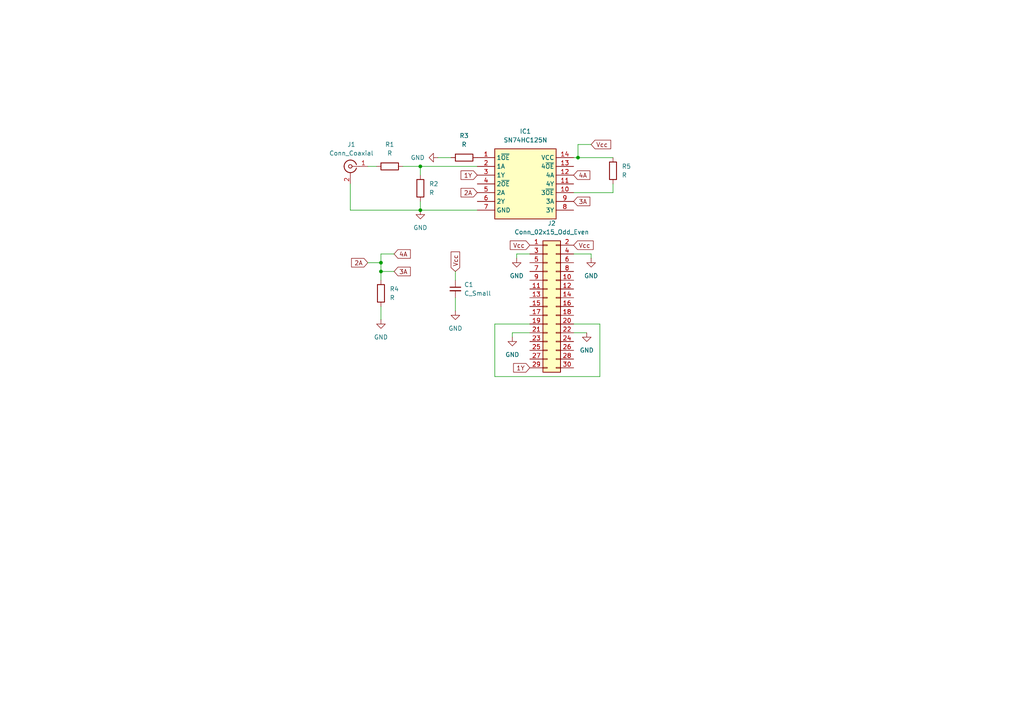
<source format=kicad_sch>
(kicad_sch
	(version 20231120)
	(generator "eeschema")
	(generator_version "8.0")
	(uuid "90a0827b-2f6f-489a-aacb-af404f39d978")
	(paper "A4")
	(lib_symbols
		(symbol "Connector:Conn_Coaxial"
			(pin_names
				(offset 1.016) hide)
			(exclude_from_sim no)
			(in_bom yes)
			(on_board yes)
			(property "Reference" "J"
				(at 0.254 3.048 0)
				(effects
					(font
						(size 1.27 1.27)
					)
				)
			)
			(property "Value" "Conn_Coaxial"
				(at 2.921 0 90)
				(effects
					(font
						(size 1.27 1.27)
					)
				)
			)
			(property "Footprint" ""
				(at 0 0 0)
				(effects
					(font
						(size 1.27 1.27)
					)
					(hide yes)
				)
			)
			(property "Datasheet" "~"
				(at 0 0 0)
				(effects
					(font
						(size 1.27 1.27)
					)
					(hide yes)
				)
			)
			(property "Description" "coaxial connector (BNC, SMA, SMB, SMC, Cinch/RCA, LEMO, ...)"
				(at 0 0 0)
				(effects
					(font
						(size 1.27 1.27)
					)
					(hide yes)
				)
			)
			(property "ki_keywords" "BNC SMA SMB SMC LEMO coaxial connector CINCH RCA MCX MMCX U.FL UMRF"
				(at 0 0 0)
				(effects
					(font
						(size 1.27 1.27)
					)
					(hide yes)
				)
			)
			(property "ki_fp_filters" "*BNC* *SMA* *SMB* *SMC* *Cinch* *LEMO* *UMRF* *MCX* *U.FL*"
				(at 0 0 0)
				(effects
					(font
						(size 1.27 1.27)
					)
					(hide yes)
				)
			)
			(symbol "Conn_Coaxial_0_1"
				(arc
					(start -1.778 -0.508)
					(mid 0.2311 -1.8066)
					(end 1.778 0)
					(stroke
						(width 0.254)
						(type default)
					)
					(fill
						(type none)
					)
				)
				(polyline
					(pts
						(xy -2.54 0) (xy -0.508 0)
					)
					(stroke
						(width 0)
						(type default)
					)
					(fill
						(type none)
					)
				)
				(polyline
					(pts
						(xy 0 -2.54) (xy 0 -1.778)
					)
					(stroke
						(width 0)
						(type default)
					)
					(fill
						(type none)
					)
				)
				(circle
					(center 0 0)
					(radius 0.508)
					(stroke
						(width 0.2032)
						(type default)
					)
					(fill
						(type none)
					)
				)
				(arc
					(start 1.778 0)
					(mid 0.2099 1.8101)
					(end -1.778 0.508)
					(stroke
						(width 0.254)
						(type default)
					)
					(fill
						(type none)
					)
				)
			)
			(symbol "Conn_Coaxial_1_1"
				(pin passive line
					(at -5.08 0 0)
					(length 2.54)
					(name "In"
						(effects
							(font
								(size 1.27 1.27)
							)
						)
					)
					(number "1"
						(effects
							(font
								(size 1.27 1.27)
							)
						)
					)
				)
				(pin passive line
					(at 0 -5.08 90)
					(length 2.54)
					(name "Ext"
						(effects
							(font
								(size 1.27 1.27)
							)
						)
					)
					(number "2"
						(effects
							(font
								(size 1.27 1.27)
							)
						)
					)
				)
			)
		)
		(symbol "Connector_Generic:Conn_02x15_Odd_Even"
			(pin_names
				(offset 1.016) hide)
			(exclude_from_sim no)
			(in_bom yes)
			(on_board yes)
			(property "Reference" "J"
				(at 1.27 20.32 0)
				(effects
					(font
						(size 1.27 1.27)
					)
				)
			)
			(property "Value" "Conn_02x15_Odd_Even"
				(at 1.27 -20.32 0)
				(effects
					(font
						(size 1.27 1.27)
					)
				)
			)
			(property "Footprint" ""
				(at 0 0 0)
				(effects
					(font
						(size 1.27 1.27)
					)
					(hide yes)
				)
			)
			(property "Datasheet" "~"
				(at 0 0 0)
				(effects
					(font
						(size 1.27 1.27)
					)
					(hide yes)
				)
			)
			(property "Description" "Generic connector, double row, 02x15, odd/even pin numbering scheme (row 1 odd numbers, row 2 even numbers), script generated (kicad-library-utils/schlib/autogen/connector/)"
				(at 0 0 0)
				(effects
					(font
						(size 1.27 1.27)
					)
					(hide yes)
				)
			)
			(property "ki_keywords" "connector"
				(at 0 0 0)
				(effects
					(font
						(size 1.27 1.27)
					)
					(hide yes)
				)
			)
			(property "ki_fp_filters" "Connector*:*_2x??_*"
				(at 0 0 0)
				(effects
					(font
						(size 1.27 1.27)
					)
					(hide yes)
				)
			)
			(symbol "Conn_02x15_Odd_Even_1_1"
				(rectangle
					(start -1.27 -17.653)
					(end 0 -17.907)
					(stroke
						(width 0.1524)
						(type default)
					)
					(fill
						(type none)
					)
				)
				(rectangle
					(start -1.27 -15.113)
					(end 0 -15.367)
					(stroke
						(width 0.1524)
						(type default)
					)
					(fill
						(type none)
					)
				)
				(rectangle
					(start -1.27 -12.573)
					(end 0 -12.827)
					(stroke
						(width 0.1524)
						(type default)
					)
					(fill
						(type none)
					)
				)
				(rectangle
					(start -1.27 -10.033)
					(end 0 -10.287)
					(stroke
						(width 0.1524)
						(type default)
					)
					(fill
						(type none)
					)
				)
				(rectangle
					(start -1.27 -7.493)
					(end 0 -7.747)
					(stroke
						(width 0.1524)
						(type default)
					)
					(fill
						(type none)
					)
				)
				(rectangle
					(start -1.27 -4.953)
					(end 0 -5.207)
					(stroke
						(width 0.1524)
						(type default)
					)
					(fill
						(type none)
					)
				)
				(rectangle
					(start -1.27 -2.413)
					(end 0 -2.667)
					(stroke
						(width 0.1524)
						(type default)
					)
					(fill
						(type none)
					)
				)
				(rectangle
					(start -1.27 0.127)
					(end 0 -0.127)
					(stroke
						(width 0.1524)
						(type default)
					)
					(fill
						(type none)
					)
				)
				(rectangle
					(start -1.27 2.667)
					(end 0 2.413)
					(stroke
						(width 0.1524)
						(type default)
					)
					(fill
						(type none)
					)
				)
				(rectangle
					(start -1.27 5.207)
					(end 0 4.953)
					(stroke
						(width 0.1524)
						(type default)
					)
					(fill
						(type none)
					)
				)
				(rectangle
					(start -1.27 7.747)
					(end 0 7.493)
					(stroke
						(width 0.1524)
						(type default)
					)
					(fill
						(type none)
					)
				)
				(rectangle
					(start -1.27 10.287)
					(end 0 10.033)
					(stroke
						(width 0.1524)
						(type default)
					)
					(fill
						(type none)
					)
				)
				(rectangle
					(start -1.27 12.827)
					(end 0 12.573)
					(stroke
						(width 0.1524)
						(type default)
					)
					(fill
						(type none)
					)
				)
				(rectangle
					(start -1.27 15.367)
					(end 0 15.113)
					(stroke
						(width 0.1524)
						(type default)
					)
					(fill
						(type none)
					)
				)
				(rectangle
					(start -1.27 17.907)
					(end 0 17.653)
					(stroke
						(width 0.1524)
						(type default)
					)
					(fill
						(type none)
					)
				)
				(rectangle
					(start -1.27 19.05)
					(end 3.81 -19.05)
					(stroke
						(width 0.254)
						(type default)
					)
					(fill
						(type background)
					)
				)
				(rectangle
					(start 3.81 -17.653)
					(end 2.54 -17.907)
					(stroke
						(width 0.1524)
						(type default)
					)
					(fill
						(type none)
					)
				)
				(rectangle
					(start 3.81 -15.113)
					(end 2.54 -15.367)
					(stroke
						(width 0.1524)
						(type default)
					)
					(fill
						(type none)
					)
				)
				(rectangle
					(start 3.81 -12.573)
					(end 2.54 -12.827)
					(stroke
						(width 0.1524)
						(type default)
					)
					(fill
						(type none)
					)
				)
				(rectangle
					(start 3.81 -10.033)
					(end 2.54 -10.287)
					(stroke
						(width 0.1524)
						(type default)
					)
					(fill
						(type none)
					)
				)
				(rectangle
					(start 3.81 -7.493)
					(end 2.54 -7.747)
					(stroke
						(width 0.1524)
						(type default)
					)
					(fill
						(type none)
					)
				)
				(rectangle
					(start 3.81 -4.953)
					(end 2.54 -5.207)
					(stroke
						(width 0.1524)
						(type default)
					)
					(fill
						(type none)
					)
				)
				(rectangle
					(start 3.81 -2.413)
					(end 2.54 -2.667)
					(stroke
						(width 0.1524)
						(type default)
					)
					(fill
						(type none)
					)
				)
				(rectangle
					(start 3.81 0.127)
					(end 2.54 -0.127)
					(stroke
						(width 0.1524)
						(type default)
					)
					(fill
						(type none)
					)
				)
				(rectangle
					(start 3.81 2.667)
					(end 2.54 2.413)
					(stroke
						(width 0.1524)
						(type default)
					)
					(fill
						(type none)
					)
				)
				(rectangle
					(start 3.81 5.207)
					(end 2.54 4.953)
					(stroke
						(width 0.1524)
						(type default)
					)
					(fill
						(type none)
					)
				)
				(rectangle
					(start 3.81 7.747)
					(end 2.54 7.493)
					(stroke
						(width 0.1524)
						(type default)
					)
					(fill
						(type none)
					)
				)
				(rectangle
					(start 3.81 10.287)
					(end 2.54 10.033)
					(stroke
						(width 0.1524)
						(type default)
					)
					(fill
						(type none)
					)
				)
				(rectangle
					(start 3.81 12.827)
					(end 2.54 12.573)
					(stroke
						(width 0.1524)
						(type default)
					)
					(fill
						(type none)
					)
				)
				(rectangle
					(start 3.81 15.367)
					(end 2.54 15.113)
					(stroke
						(width 0.1524)
						(type default)
					)
					(fill
						(type none)
					)
				)
				(rectangle
					(start 3.81 17.907)
					(end 2.54 17.653)
					(stroke
						(width 0.1524)
						(type default)
					)
					(fill
						(type none)
					)
				)
				(pin passive line
					(at -5.08 17.78 0)
					(length 3.81)
					(name "Pin_1"
						(effects
							(font
								(size 1.27 1.27)
							)
						)
					)
					(number "1"
						(effects
							(font
								(size 1.27 1.27)
							)
						)
					)
				)
				(pin passive line
					(at 7.62 7.62 180)
					(length 3.81)
					(name "Pin_10"
						(effects
							(font
								(size 1.27 1.27)
							)
						)
					)
					(number "10"
						(effects
							(font
								(size 1.27 1.27)
							)
						)
					)
				)
				(pin passive line
					(at -5.08 5.08 0)
					(length 3.81)
					(name "Pin_11"
						(effects
							(font
								(size 1.27 1.27)
							)
						)
					)
					(number "11"
						(effects
							(font
								(size 1.27 1.27)
							)
						)
					)
				)
				(pin passive line
					(at 7.62 5.08 180)
					(length 3.81)
					(name "Pin_12"
						(effects
							(font
								(size 1.27 1.27)
							)
						)
					)
					(number "12"
						(effects
							(font
								(size 1.27 1.27)
							)
						)
					)
				)
				(pin passive line
					(at -5.08 2.54 0)
					(length 3.81)
					(name "Pin_13"
						(effects
							(font
								(size 1.27 1.27)
							)
						)
					)
					(number "13"
						(effects
							(font
								(size 1.27 1.27)
							)
						)
					)
				)
				(pin passive line
					(at 7.62 2.54 180)
					(length 3.81)
					(name "Pin_14"
						(effects
							(font
								(size 1.27 1.27)
							)
						)
					)
					(number "14"
						(effects
							(font
								(size 1.27 1.27)
							)
						)
					)
				)
				(pin passive line
					(at -5.08 0 0)
					(length 3.81)
					(name "Pin_15"
						(effects
							(font
								(size 1.27 1.27)
							)
						)
					)
					(number "15"
						(effects
							(font
								(size 1.27 1.27)
							)
						)
					)
				)
				(pin passive line
					(at 7.62 0 180)
					(length 3.81)
					(name "Pin_16"
						(effects
							(font
								(size 1.27 1.27)
							)
						)
					)
					(number "16"
						(effects
							(font
								(size 1.27 1.27)
							)
						)
					)
				)
				(pin passive line
					(at -5.08 -2.54 0)
					(length 3.81)
					(name "Pin_17"
						(effects
							(font
								(size 1.27 1.27)
							)
						)
					)
					(number "17"
						(effects
							(font
								(size 1.27 1.27)
							)
						)
					)
				)
				(pin passive line
					(at 7.62 -2.54 180)
					(length 3.81)
					(name "Pin_18"
						(effects
							(font
								(size 1.27 1.27)
							)
						)
					)
					(number "18"
						(effects
							(font
								(size 1.27 1.27)
							)
						)
					)
				)
				(pin passive line
					(at -5.08 -5.08 0)
					(length 3.81)
					(name "Pin_19"
						(effects
							(font
								(size 1.27 1.27)
							)
						)
					)
					(number "19"
						(effects
							(font
								(size 1.27 1.27)
							)
						)
					)
				)
				(pin passive line
					(at 7.62 17.78 180)
					(length 3.81)
					(name "Pin_2"
						(effects
							(font
								(size 1.27 1.27)
							)
						)
					)
					(number "2"
						(effects
							(font
								(size 1.27 1.27)
							)
						)
					)
				)
				(pin passive line
					(at 7.62 -5.08 180)
					(length 3.81)
					(name "Pin_20"
						(effects
							(font
								(size 1.27 1.27)
							)
						)
					)
					(number "20"
						(effects
							(font
								(size 1.27 1.27)
							)
						)
					)
				)
				(pin passive line
					(at -5.08 -7.62 0)
					(length 3.81)
					(name "Pin_21"
						(effects
							(font
								(size 1.27 1.27)
							)
						)
					)
					(number "21"
						(effects
							(font
								(size 1.27 1.27)
							)
						)
					)
				)
				(pin passive line
					(at 7.62 -7.62 180)
					(length 3.81)
					(name "Pin_22"
						(effects
							(font
								(size 1.27 1.27)
							)
						)
					)
					(number "22"
						(effects
							(font
								(size 1.27 1.27)
							)
						)
					)
				)
				(pin passive line
					(at -5.08 -10.16 0)
					(length 3.81)
					(name "Pin_23"
						(effects
							(font
								(size 1.27 1.27)
							)
						)
					)
					(number "23"
						(effects
							(font
								(size 1.27 1.27)
							)
						)
					)
				)
				(pin passive line
					(at 7.62 -10.16 180)
					(length 3.81)
					(name "Pin_24"
						(effects
							(font
								(size 1.27 1.27)
							)
						)
					)
					(number "24"
						(effects
							(font
								(size 1.27 1.27)
							)
						)
					)
				)
				(pin passive line
					(at -5.08 -12.7 0)
					(length 3.81)
					(name "Pin_25"
						(effects
							(font
								(size 1.27 1.27)
							)
						)
					)
					(number "25"
						(effects
							(font
								(size 1.27 1.27)
							)
						)
					)
				)
				(pin passive line
					(at 7.62 -12.7 180)
					(length 3.81)
					(name "Pin_26"
						(effects
							(font
								(size 1.27 1.27)
							)
						)
					)
					(number "26"
						(effects
							(font
								(size 1.27 1.27)
							)
						)
					)
				)
				(pin passive line
					(at -5.08 -15.24 0)
					(length 3.81)
					(name "Pin_27"
						(effects
							(font
								(size 1.27 1.27)
							)
						)
					)
					(number "27"
						(effects
							(font
								(size 1.27 1.27)
							)
						)
					)
				)
				(pin passive line
					(at 7.62 -15.24 180)
					(length 3.81)
					(name "Pin_28"
						(effects
							(font
								(size 1.27 1.27)
							)
						)
					)
					(number "28"
						(effects
							(font
								(size 1.27 1.27)
							)
						)
					)
				)
				(pin passive line
					(at -5.08 -17.78 0)
					(length 3.81)
					(name "Pin_29"
						(effects
							(font
								(size 1.27 1.27)
							)
						)
					)
					(number "29"
						(effects
							(font
								(size 1.27 1.27)
							)
						)
					)
				)
				(pin passive line
					(at -5.08 15.24 0)
					(length 3.81)
					(name "Pin_3"
						(effects
							(font
								(size 1.27 1.27)
							)
						)
					)
					(number "3"
						(effects
							(font
								(size 1.27 1.27)
							)
						)
					)
				)
				(pin passive line
					(at 7.62 -17.78 180)
					(length 3.81)
					(name "Pin_30"
						(effects
							(font
								(size 1.27 1.27)
							)
						)
					)
					(number "30"
						(effects
							(font
								(size 1.27 1.27)
							)
						)
					)
				)
				(pin passive line
					(at 7.62 15.24 180)
					(length 3.81)
					(name "Pin_4"
						(effects
							(font
								(size 1.27 1.27)
							)
						)
					)
					(number "4"
						(effects
							(font
								(size 1.27 1.27)
							)
						)
					)
				)
				(pin passive line
					(at -5.08 12.7 0)
					(length 3.81)
					(name "Pin_5"
						(effects
							(font
								(size 1.27 1.27)
							)
						)
					)
					(number "5"
						(effects
							(font
								(size 1.27 1.27)
							)
						)
					)
				)
				(pin passive line
					(at 7.62 12.7 180)
					(length 3.81)
					(name "Pin_6"
						(effects
							(font
								(size 1.27 1.27)
							)
						)
					)
					(number "6"
						(effects
							(font
								(size 1.27 1.27)
							)
						)
					)
				)
				(pin passive line
					(at -5.08 10.16 0)
					(length 3.81)
					(name "Pin_7"
						(effects
							(font
								(size 1.27 1.27)
							)
						)
					)
					(number "7"
						(effects
							(font
								(size 1.27 1.27)
							)
						)
					)
				)
				(pin passive line
					(at 7.62 10.16 180)
					(length 3.81)
					(name "Pin_8"
						(effects
							(font
								(size 1.27 1.27)
							)
						)
					)
					(number "8"
						(effects
							(font
								(size 1.27 1.27)
							)
						)
					)
				)
				(pin passive line
					(at -5.08 7.62 0)
					(length 3.81)
					(name "Pin_9"
						(effects
							(font
								(size 1.27 1.27)
							)
						)
					)
					(number "9"
						(effects
							(font
								(size 1.27 1.27)
							)
						)
					)
				)
			)
		)
		(symbol "Device:C_Small"
			(pin_numbers hide)
			(pin_names
				(offset 0.254) hide)
			(exclude_from_sim no)
			(in_bom yes)
			(on_board yes)
			(property "Reference" "C"
				(at 0.254 1.778 0)
				(effects
					(font
						(size 1.27 1.27)
					)
					(justify left)
				)
			)
			(property "Value" "C_Small"
				(at 0.254 -2.032 0)
				(effects
					(font
						(size 1.27 1.27)
					)
					(justify left)
				)
			)
			(property "Footprint" ""
				(at 0 0 0)
				(effects
					(font
						(size 1.27 1.27)
					)
					(hide yes)
				)
			)
			(property "Datasheet" "~"
				(at 0 0 0)
				(effects
					(font
						(size 1.27 1.27)
					)
					(hide yes)
				)
			)
			(property "Description" "Unpolarized capacitor, small symbol"
				(at 0 0 0)
				(effects
					(font
						(size 1.27 1.27)
					)
					(hide yes)
				)
			)
			(property "ki_keywords" "capacitor cap"
				(at 0 0 0)
				(effects
					(font
						(size 1.27 1.27)
					)
					(hide yes)
				)
			)
			(property "ki_fp_filters" "C_*"
				(at 0 0 0)
				(effects
					(font
						(size 1.27 1.27)
					)
					(hide yes)
				)
			)
			(symbol "C_Small_0_1"
				(polyline
					(pts
						(xy -1.524 -0.508) (xy 1.524 -0.508)
					)
					(stroke
						(width 0.3302)
						(type default)
					)
					(fill
						(type none)
					)
				)
				(polyline
					(pts
						(xy -1.524 0.508) (xy 1.524 0.508)
					)
					(stroke
						(width 0.3048)
						(type default)
					)
					(fill
						(type none)
					)
				)
			)
			(symbol "C_Small_1_1"
				(pin passive line
					(at 0 2.54 270)
					(length 2.032)
					(name "~"
						(effects
							(font
								(size 1.27 1.27)
							)
						)
					)
					(number "1"
						(effects
							(font
								(size 1.27 1.27)
							)
						)
					)
				)
				(pin passive line
					(at 0 -2.54 90)
					(length 2.032)
					(name "~"
						(effects
							(font
								(size 1.27 1.27)
							)
						)
					)
					(number "2"
						(effects
							(font
								(size 1.27 1.27)
							)
						)
					)
				)
			)
		)
		(symbol "Device:R"
			(pin_numbers hide)
			(pin_names
				(offset 0)
			)
			(exclude_from_sim no)
			(in_bom yes)
			(on_board yes)
			(property "Reference" "R"
				(at 2.032 0 90)
				(effects
					(font
						(size 1.27 1.27)
					)
				)
			)
			(property "Value" "R"
				(at 0 0 90)
				(effects
					(font
						(size 1.27 1.27)
					)
				)
			)
			(property "Footprint" ""
				(at -1.778 0 90)
				(effects
					(font
						(size 1.27 1.27)
					)
					(hide yes)
				)
			)
			(property "Datasheet" "~"
				(at 0 0 0)
				(effects
					(font
						(size 1.27 1.27)
					)
					(hide yes)
				)
			)
			(property "Description" "Resistor"
				(at 0 0 0)
				(effects
					(font
						(size 1.27 1.27)
					)
					(hide yes)
				)
			)
			(property "ki_keywords" "R res resistor"
				(at 0 0 0)
				(effects
					(font
						(size 1.27 1.27)
					)
					(hide yes)
				)
			)
			(property "ki_fp_filters" "R_*"
				(at 0 0 0)
				(effects
					(font
						(size 1.27 1.27)
					)
					(hide yes)
				)
			)
			(symbol "R_0_1"
				(rectangle
					(start -1.016 -2.54)
					(end 1.016 2.54)
					(stroke
						(width 0.254)
						(type default)
					)
					(fill
						(type none)
					)
				)
			)
			(symbol "R_1_1"
				(pin passive line
					(at 0 3.81 270)
					(length 1.27)
					(name "~"
						(effects
							(font
								(size 1.27 1.27)
							)
						)
					)
					(number "1"
						(effects
							(font
								(size 1.27 1.27)
							)
						)
					)
				)
				(pin passive line
					(at 0 -3.81 90)
					(length 1.27)
					(name "~"
						(effects
							(font
								(size 1.27 1.27)
							)
						)
					)
					(number "2"
						(effects
							(font
								(size 1.27 1.27)
							)
						)
					)
				)
			)
		)
		(symbol "SN74HC125N:SN74HC125N"
			(exclude_from_sim no)
			(in_bom yes)
			(on_board yes)
			(property "Reference" "IC"
				(at 24.13 7.62 0)
				(effects
					(font
						(size 1.27 1.27)
					)
					(justify left top)
				)
			)
			(property "Value" "SN74HC125N"
				(at 24.13 5.08 0)
				(effects
					(font
						(size 1.27 1.27)
					)
					(justify left top)
				)
			)
			(property "Footprint" "DIP794W53P254L1930H508Q14N"
				(at 24.13 -94.92 0)
				(effects
					(font
						(size 1.27 1.27)
					)
					(justify left top)
					(hide yes)
				)
			)
			(property "Datasheet" "http://www.ti.com/lit/gpn/sn74hc125"
				(at 24.13 -194.92 0)
				(effects
					(font
						(size 1.27 1.27)
					)
					(justify left top)
					(hide yes)
				)
			)
			(property "Description" "Quadruple Bus Buffer Gates With 3-State Outputs"
				(at 0 0 0)
				(effects
					(font
						(size 1.27 1.27)
					)
					(hide yes)
				)
			)
			(property "Height" "5.08"
				(at 24.13 -394.92 0)
				(effects
					(font
						(size 1.27 1.27)
					)
					(justify left top)
					(hide yes)
				)
			)
			(property "Manufacturer_Name" "Texas Instruments"
				(at 24.13 -494.92 0)
				(effects
					(font
						(size 1.27 1.27)
					)
					(justify left top)
					(hide yes)
				)
			)
			(property "Manufacturer_Part_Number" "SN74HC125N"
				(at 24.13 -594.92 0)
				(effects
					(font
						(size 1.27 1.27)
					)
					(justify left top)
					(hide yes)
				)
			)
			(property "Arrow Part Number" "SN74HC125N"
				(at 24.13 -694.92 0)
				(effects
					(font
						(size 1.27 1.27)
					)
					(justify left top)
					(hide yes)
				)
			)
			(property "Arrow Price/Stock" "https://www.arrow.com/en/products/sn74hc125n/texas-instruments?region=nac"
				(at 24.13 -794.92 0)
				(effects
					(font
						(size 1.27 1.27)
					)
					(justify left top)
					(hide yes)
				)
			)
			(symbol "SN74HC125N_1_1"
				(rectangle
					(start 5.08 2.54)
					(end 22.86 -17.78)
					(stroke
						(width 0.254)
						(type default)
					)
					(fill
						(type background)
					)
				)
				(pin passive line
					(at 0 0 0)
					(length 5.08)
					(name "1~{OE}"
						(effects
							(font
								(size 1.27 1.27)
							)
						)
					)
					(number "1"
						(effects
							(font
								(size 1.27 1.27)
							)
						)
					)
				)
				(pin passive line
					(at 27.94 -10.16 180)
					(length 5.08)
					(name "3~{OE}"
						(effects
							(font
								(size 1.27 1.27)
							)
						)
					)
					(number "10"
						(effects
							(font
								(size 1.27 1.27)
							)
						)
					)
				)
				(pin passive line
					(at 27.94 -7.62 180)
					(length 5.08)
					(name "4Y"
						(effects
							(font
								(size 1.27 1.27)
							)
						)
					)
					(number "11"
						(effects
							(font
								(size 1.27 1.27)
							)
						)
					)
				)
				(pin passive line
					(at 27.94 -5.08 180)
					(length 5.08)
					(name "4A"
						(effects
							(font
								(size 1.27 1.27)
							)
						)
					)
					(number "12"
						(effects
							(font
								(size 1.27 1.27)
							)
						)
					)
				)
				(pin passive line
					(at 27.94 -2.54 180)
					(length 5.08)
					(name "4~{OE}"
						(effects
							(font
								(size 1.27 1.27)
							)
						)
					)
					(number "13"
						(effects
							(font
								(size 1.27 1.27)
							)
						)
					)
				)
				(pin passive line
					(at 27.94 0 180)
					(length 5.08)
					(name "VCC"
						(effects
							(font
								(size 1.27 1.27)
							)
						)
					)
					(number "14"
						(effects
							(font
								(size 1.27 1.27)
							)
						)
					)
				)
				(pin passive line
					(at 0 -2.54 0)
					(length 5.08)
					(name "1A"
						(effects
							(font
								(size 1.27 1.27)
							)
						)
					)
					(number "2"
						(effects
							(font
								(size 1.27 1.27)
							)
						)
					)
				)
				(pin passive line
					(at 0 -5.08 0)
					(length 5.08)
					(name "1Y"
						(effects
							(font
								(size 1.27 1.27)
							)
						)
					)
					(number "3"
						(effects
							(font
								(size 1.27 1.27)
							)
						)
					)
				)
				(pin passive line
					(at 0 -7.62 0)
					(length 5.08)
					(name "2~{OE}"
						(effects
							(font
								(size 1.27 1.27)
							)
						)
					)
					(number "4"
						(effects
							(font
								(size 1.27 1.27)
							)
						)
					)
				)
				(pin passive line
					(at 0 -10.16 0)
					(length 5.08)
					(name "2A"
						(effects
							(font
								(size 1.27 1.27)
							)
						)
					)
					(number "5"
						(effects
							(font
								(size 1.27 1.27)
							)
						)
					)
				)
				(pin passive line
					(at 0 -12.7 0)
					(length 5.08)
					(name "2Y"
						(effects
							(font
								(size 1.27 1.27)
							)
						)
					)
					(number "6"
						(effects
							(font
								(size 1.27 1.27)
							)
						)
					)
				)
				(pin passive line
					(at 0 -15.24 0)
					(length 5.08)
					(name "GND"
						(effects
							(font
								(size 1.27 1.27)
							)
						)
					)
					(number "7"
						(effects
							(font
								(size 1.27 1.27)
							)
						)
					)
				)
				(pin passive line
					(at 27.94 -15.24 180)
					(length 5.08)
					(name "3Y"
						(effects
							(font
								(size 1.27 1.27)
							)
						)
					)
					(number "8"
						(effects
							(font
								(size 1.27 1.27)
							)
						)
					)
				)
				(pin passive line
					(at 27.94 -12.7 180)
					(length 5.08)
					(name "3A"
						(effects
							(font
								(size 1.27 1.27)
							)
						)
					)
					(number "9"
						(effects
							(font
								(size 1.27 1.27)
							)
						)
					)
				)
			)
		)
		(symbol "power:GND"
			(power)
			(pin_numbers hide)
			(pin_names
				(offset 0) hide)
			(exclude_from_sim no)
			(in_bom yes)
			(on_board yes)
			(property "Reference" "#PWR"
				(at 0 -6.35 0)
				(effects
					(font
						(size 1.27 1.27)
					)
					(hide yes)
				)
			)
			(property "Value" "GND"
				(at 0 -3.81 0)
				(effects
					(font
						(size 1.27 1.27)
					)
				)
			)
			(property "Footprint" ""
				(at 0 0 0)
				(effects
					(font
						(size 1.27 1.27)
					)
					(hide yes)
				)
			)
			(property "Datasheet" ""
				(at 0 0 0)
				(effects
					(font
						(size 1.27 1.27)
					)
					(hide yes)
				)
			)
			(property "Description" "Power symbol creates a global label with name \"GND\" , ground"
				(at 0 0 0)
				(effects
					(font
						(size 1.27 1.27)
					)
					(hide yes)
				)
			)
			(property "ki_keywords" "global power"
				(at 0 0 0)
				(effects
					(font
						(size 1.27 1.27)
					)
					(hide yes)
				)
			)
			(symbol "GND_0_1"
				(polyline
					(pts
						(xy 0 0) (xy 0 -1.27) (xy 1.27 -1.27) (xy 0 -2.54) (xy -1.27 -1.27) (xy 0 -1.27)
					)
					(stroke
						(width 0)
						(type default)
					)
					(fill
						(type none)
					)
				)
			)
			(symbol "GND_1_1"
				(pin power_in line
					(at 0 0 270)
					(length 0)
					(name "~"
						(effects
							(font
								(size 1.27 1.27)
							)
						)
					)
					(number "1"
						(effects
							(font
								(size 1.27 1.27)
							)
						)
					)
				)
			)
		)
	)
	(junction
		(at 121.92 60.96)
		(diameter 0)
		(color 0 0 0 0)
		(uuid "071ed1e7-a707-43d9-9ee9-80503dbaf9df")
	)
	(junction
		(at 167.64 45.72)
		(diameter 0)
		(color 0 0 0 0)
		(uuid "331e4ac7-ded7-4bc9-942f-73c3ea843ae1")
	)
	(junction
		(at 110.49 78.74)
		(diameter 0)
		(color 0 0 0 0)
		(uuid "961f33ef-67e5-4b6c-878e-dad43afa4065")
	)
	(junction
		(at 121.92 48.26)
		(diameter 0)
		(color 0 0 0 0)
		(uuid "daf1193d-5f21-4189-a796-447e5beb621e")
	)
	(junction
		(at 110.49 76.2)
		(diameter 0)
		(color 0 0 0 0)
		(uuid "fe20909b-289e-4c28-9bc3-a2623907f215")
	)
	(wire
		(pts
			(xy 177.8 55.88) (xy 166.37 55.88)
		)
		(stroke
			(width 0)
			(type default)
		)
		(uuid "00a81e99-4d30-49b6-8bde-bc86b8006981")
	)
	(wire
		(pts
			(xy 116.84 48.26) (xy 121.92 48.26)
		)
		(stroke
			(width 0)
			(type default)
		)
		(uuid "00d8d22a-f0bd-4049-84c8-d4a8cb18434e")
	)
	(wire
		(pts
			(xy 166.37 96.52) (xy 170.18 96.52)
		)
		(stroke
			(width 0)
			(type default)
		)
		(uuid "05fe52df-360c-4f56-b789-ed829bc5a6ff")
	)
	(wire
		(pts
			(xy 106.68 76.2) (xy 110.49 76.2)
		)
		(stroke
			(width 0)
			(type default)
		)
		(uuid "06f5c463-5f63-4629-8079-eb7b140bdf2d")
	)
	(wire
		(pts
			(xy 173.99 109.22) (xy 173.99 93.98)
		)
		(stroke
			(width 0)
			(type default)
		)
		(uuid "12ad647a-902c-4b55-9dd6-63fdc04d5045")
	)
	(wire
		(pts
			(xy 153.67 96.52) (xy 148.59 96.52)
		)
		(stroke
			(width 0)
			(type default)
		)
		(uuid "1d82c3d6-5e4a-4c96-9ed6-7e28c0100483")
	)
	(wire
		(pts
			(xy 171.45 74.93) (xy 171.45 73.66)
		)
		(stroke
			(width 0)
			(type default)
		)
		(uuid "23da6ca2-0849-4906-9909-227a39ab36cd")
	)
	(wire
		(pts
			(xy 121.92 58.42) (xy 121.92 60.96)
		)
		(stroke
			(width 0)
			(type default)
		)
		(uuid "273bc086-6a8f-4918-9c3f-6e39f7f15cce")
	)
	(wire
		(pts
			(xy 121.92 48.26) (xy 138.43 48.26)
		)
		(stroke
			(width 0)
			(type default)
		)
		(uuid "2868a04f-261c-4319-a8b4-efdfc3cccc1c")
	)
	(wire
		(pts
			(xy 153.67 93.98) (xy 143.51 93.98)
		)
		(stroke
			(width 0)
			(type default)
		)
		(uuid "3cc093d9-7799-4bed-b746-e3116b9cc330")
	)
	(wire
		(pts
			(xy 101.6 53.34) (xy 101.6 60.96)
		)
		(stroke
			(width 0)
			(type default)
		)
		(uuid "406b8f35-55a5-400e-b842-4fbd59fb2b21")
	)
	(wire
		(pts
			(xy 106.68 48.26) (xy 109.22 48.26)
		)
		(stroke
			(width 0)
			(type default)
		)
		(uuid "428dd925-b386-4989-ae25-74148a6fb214")
	)
	(wire
		(pts
			(xy 127 45.72) (xy 130.81 45.72)
		)
		(stroke
			(width 0)
			(type default)
		)
		(uuid "47ec98b1-87ec-43ca-af44-b68332575a05")
	)
	(wire
		(pts
			(xy 171.45 73.66) (xy 166.37 73.66)
		)
		(stroke
			(width 0)
			(type default)
		)
		(uuid "485b159e-0f3c-4692-8e67-2c8b97a08702")
	)
	(wire
		(pts
			(xy 132.08 86.36) (xy 132.08 90.17)
		)
		(stroke
			(width 0)
			(type default)
		)
		(uuid "541b3885-735d-4eca-8f25-79ed1a342205")
	)
	(wire
		(pts
			(xy 110.49 73.66) (xy 110.49 76.2)
		)
		(stroke
			(width 0)
			(type default)
		)
		(uuid "5e986819-347c-43e1-82d3-e183bab2327e")
	)
	(wire
		(pts
			(xy 110.49 78.74) (xy 110.49 81.28)
		)
		(stroke
			(width 0)
			(type default)
		)
		(uuid "63f26ca5-bc20-4001-a540-9f66d9edfdc9")
	)
	(wire
		(pts
			(xy 121.92 50.8) (xy 121.92 48.26)
		)
		(stroke
			(width 0)
			(type default)
		)
		(uuid "720d4a7d-11dd-427f-8404-b1ec8bfea22f")
	)
	(wire
		(pts
			(xy 149.86 74.93) (xy 149.86 73.66)
		)
		(stroke
			(width 0)
			(type default)
		)
		(uuid "79e39a86-dd65-4bfd-aeed-d5416f352449")
	)
	(wire
		(pts
			(xy 143.51 109.22) (xy 173.99 109.22)
		)
		(stroke
			(width 0)
			(type default)
		)
		(uuid "81199ec9-231c-4f2a-a834-8553f2361df3")
	)
	(wire
		(pts
			(xy 101.6 60.96) (xy 121.92 60.96)
		)
		(stroke
			(width 0)
			(type default)
		)
		(uuid "81c76891-586b-4e87-8b5f-cbb4556691a2")
	)
	(wire
		(pts
			(xy 171.45 41.91) (xy 167.64 41.91)
		)
		(stroke
			(width 0)
			(type default)
		)
		(uuid "877b4f70-297a-45fc-8c55-458cd1bc8a37")
	)
	(wire
		(pts
			(xy 110.49 76.2) (xy 110.49 78.74)
		)
		(stroke
			(width 0)
			(type default)
		)
		(uuid "a497076f-1439-4482-8971-3b7bcd7e7d02")
	)
	(wire
		(pts
			(xy 167.64 45.72) (xy 177.8 45.72)
		)
		(stroke
			(width 0)
			(type default)
		)
		(uuid "bc7b43fd-29df-47eb-9aa8-95966ab1b6f1")
	)
	(wire
		(pts
			(xy 177.8 53.34) (xy 177.8 55.88)
		)
		(stroke
			(width 0)
			(type default)
		)
		(uuid "c24b0538-001c-4407-bd8a-99133807f600")
	)
	(wire
		(pts
			(xy 110.49 73.66) (xy 114.3 73.66)
		)
		(stroke
			(width 0)
			(type default)
		)
		(uuid "ca3d4b88-d3bf-4901-92ee-1623ecf3b693")
	)
	(wire
		(pts
			(xy 148.59 96.52) (xy 148.59 97.79)
		)
		(stroke
			(width 0)
			(type default)
		)
		(uuid "d3297c3b-e8ad-45df-8019-e338d8d74a58")
	)
	(wire
		(pts
			(xy 110.49 88.9) (xy 110.49 92.71)
		)
		(stroke
			(width 0)
			(type default)
		)
		(uuid "d4c21301-9088-4b3b-998d-540980149b65")
	)
	(wire
		(pts
			(xy 121.92 60.96) (xy 138.43 60.96)
		)
		(stroke
			(width 0)
			(type default)
		)
		(uuid "db5f190c-d40a-48c6-b39d-9a48133cb04e")
	)
	(wire
		(pts
			(xy 143.51 93.98) (xy 143.51 109.22)
		)
		(stroke
			(width 0)
			(type default)
		)
		(uuid "dc06ecff-b3c5-45ef-8e7d-1a6065db91af")
	)
	(wire
		(pts
			(xy 167.64 41.91) (xy 167.64 45.72)
		)
		(stroke
			(width 0)
			(type default)
		)
		(uuid "de914e97-1c0b-41a5-a37b-667c5a678f58")
	)
	(wire
		(pts
			(xy 132.08 78.74) (xy 132.08 81.28)
		)
		(stroke
			(width 0)
			(type default)
		)
		(uuid "e30122b9-e731-4ed3-a0aa-9ff390112813")
	)
	(wire
		(pts
			(xy 167.64 45.72) (xy 166.37 45.72)
		)
		(stroke
			(width 0)
			(type default)
		)
		(uuid "eb00c4c8-ce65-4c7a-aed1-bc40afebf4a6")
	)
	(wire
		(pts
			(xy 173.99 93.98) (xy 166.37 93.98)
		)
		(stroke
			(width 0)
			(type default)
		)
		(uuid "f01f3afe-fc14-4e70-b252-6c984e81083d")
	)
	(wire
		(pts
			(xy 149.86 73.66) (xy 153.67 73.66)
		)
		(stroke
			(width 0)
			(type default)
		)
		(uuid "f0ce7731-918b-4da8-a559-8b807ec43cc2")
	)
	(wire
		(pts
			(xy 110.49 78.74) (xy 114.3 78.74)
		)
		(stroke
			(width 0)
			(type default)
		)
		(uuid "f841f222-825f-45e7-a898-4aafce06ff8f")
	)
	(global_label "2A"
		(shape input)
		(at 138.43 55.88 180)
		(fields_autoplaced yes)
		(effects
			(font
				(size 1.27 1.27)
			)
			(justify right)
		)
		(uuid "00a80396-5581-4746-9f23-3a14c39fc5ed")
		(property "Intersheetrefs" "${INTERSHEET_REFS}"
			(at 133.1467 55.88 0)
			(effects
				(font
					(size 1.27 1.27)
				)
				(justify right)
				(hide yes)
			)
		)
	)
	(global_label "Vcc"
		(shape input)
		(at 171.45 41.91 0)
		(fields_autoplaced yes)
		(effects
			(font
				(size 1.27 1.27)
			)
			(justify left)
		)
		(uuid "078f66a5-415d-48e1-b208-019810ab0a1c")
		(property "Intersheetrefs" "${INTERSHEET_REFS}"
			(at 177.701 41.91 0)
			(effects
				(font
					(size 1.27 1.27)
				)
				(justify left)
				(hide yes)
			)
		)
	)
	(global_label "3A"
		(shape input)
		(at 166.37 58.42 0)
		(fields_autoplaced yes)
		(effects
			(font
				(size 1.27 1.27)
			)
			(justify left)
		)
		(uuid "4c58bcb4-7968-4584-876d-93aa8ae6c847")
		(property "Intersheetrefs" "${INTERSHEET_REFS}"
			(at 171.6533 58.42 0)
			(effects
				(font
					(size 1.27 1.27)
				)
				(justify left)
				(hide yes)
			)
		)
	)
	(global_label "4A"
		(shape input)
		(at 114.3 73.66 0)
		(fields_autoplaced yes)
		(effects
			(font
				(size 1.27 1.27)
			)
			(justify left)
		)
		(uuid "5d603f2f-cb65-4094-85d0-4d38612962ad")
		(property "Intersheetrefs" "${INTERSHEET_REFS}"
			(at 119.5833 73.66 0)
			(effects
				(font
					(size 1.27 1.27)
				)
				(justify left)
				(hide yes)
			)
		)
	)
	(global_label "Vcc"
		(shape input)
		(at 153.67 71.12 180)
		(fields_autoplaced yes)
		(effects
			(font
				(size 1.27 1.27)
			)
			(justify right)
		)
		(uuid "8055dd4d-5a02-4aa6-9b7d-b1ef94e57581")
		(property "Intersheetrefs" "${INTERSHEET_REFS}"
			(at 147.419 71.12 0)
			(effects
				(font
					(size 1.27 1.27)
				)
				(justify right)
				(hide yes)
			)
		)
	)
	(global_label "3A"
		(shape input)
		(at 114.3 78.74 0)
		(fields_autoplaced yes)
		(effects
			(font
				(size 1.27 1.27)
			)
			(justify left)
		)
		(uuid "88e976a6-65e2-44a7-9d8e-41dc093d3537")
		(property "Intersheetrefs" "${INTERSHEET_REFS}"
			(at 119.5833 78.74 0)
			(effects
				(font
					(size 1.27 1.27)
				)
				(justify left)
				(hide yes)
			)
		)
	)
	(global_label "2A"
		(shape input)
		(at 106.68 76.2 180)
		(fields_autoplaced yes)
		(effects
			(font
				(size 1.27 1.27)
			)
			(justify right)
		)
		(uuid "8cb88ffd-909f-4063-a3be-01e30f55e517")
		(property "Intersheetrefs" "${INTERSHEET_REFS}"
			(at 101.3967 76.2 0)
			(effects
				(font
					(size 1.27 1.27)
				)
				(justify right)
				(hide yes)
			)
		)
	)
	(global_label "Vcc"
		(shape input)
		(at 132.08 78.74 90)
		(fields_autoplaced yes)
		(effects
			(font
				(size 1.27 1.27)
			)
			(justify left)
		)
		(uuid "8d18e8ad-12dd-4646-9076-b78f5f388db7")
		(property "Intersheetrefs" "${INTERSHEET_REFS}"
			(at 132.08 72.489 90)
			(effects
				(font
					(size 1.27 1.27)
				)
				(justify left)
				(hide yes)
			)
		)
	)
	(global_label "4A"
		(shape input)
		(at 166.37 50.8 0)
		(fields_autoplaced yes)
		(effects
			(font
				(size 1.27 1.27)
			)
			(justify left)
		)
		(uuid "9fe329dd-1829-4205-b963-51e8e6f9018e")
		(property "Intersheetrefs" "${INTERSHEET_REFS}"
			(at 171.6533 50.8 0)
			(effects
				(font
					(size 1.27 1.27)
				)
				(justify left)
				(hide yes)
			)
		)
	)
	(global_label "1Y"
		(shape input)
		(at 138.43 50.8 180)
		(fields_autoplaced yes)
		(effects
			(font
				(size 1.27 1.27)
			)
			(justify right)
		)
		(uuid "b1558a15-54a7-4241-ba67-e8945b1ef6bb")
		(property "Intersheetrefs" "${INTERSHEET_REFS}"
			(at 133.1467 50.8 0)
			(effects
				(font
					(size 1.27 1.27)
				)
				(justify right)
				(hide yes)
			)
		)
	)
	(global_label "1Y"
		(shape input)
		(at 153.67 106.68 180)
		(fields_autoplaced yes)
		(effects
			(font
				(size 1.27 1.27)
			)
			(justify right)
		)
		(uuid "c658e95a-252b-41ff-b632-8416ee4f8785")
		(property "Intersheetrefs" "${INTERSHEET_REFS}"
			(at 148.3867 106.68 0)
			(effects
				(font
					(size 1.27 1.27)
				)
				(justify right)
				(hide yes)
			)
		)
	)
	(global_label "Vcc"
		(shape input)
		(at 166.37 71.12 0)
		(fields_autoplaced yes)
		(effects
			(font
				(size 1.27 1.27)
			)
			(justify left)
		)
		(uuid "cd32d270-5076-4dd9-aeb5-9c814d3cd3ec")
		(property "Intersheetrefs" "${INTERSHEET_REFS}"
			(at 172.621 71.12 0)
			(effects
				(font
					(size 1.27 1.27)
				)
				(justify left)
				(hide yes)
			)
		)
	)
	(symbol
		(lib_id "Device:R")
		(at 110.49 85.09 180)
		(unit 1)
		(exclude_from_sim no)
		(in_bom yes)
		(on_board yes)
		(dnp no)
		(fields_autoplaced yes)
		(uuid "19b687fb-301e-4d23-bc53-59951747b94a")
		(property "Reference" "R4"
			(at 113.03 83.8199 0)
			(effects
				(font
					(size 1.27 1.27)
				)
				(justify right)
			)
		)
		(property "Value" "R"
			(at 113.03 86.3599 0)
			(effects
				(font
					(size 1.27 1.27)
				)
				(justify right)
			)
		)
		(property "Footprint" "Resistor_THT:R_Axial_DIN0207_L6.3mm_D2.5mm_P10.16mm_Horizontal"
			(at 112.268 85.09 90)
			(effects
				(font
					(size 1.27 1.27)
				)
				(hide yes)
			)
		)
		(property "Datasheet" "~"
			(at 110.49 85.09 0)
			(effects
				(font
					(size 1.27 1.27)
				)
				(hide yes)
			)
		)
		(property "Description" "Resistor"
			(at 110.49 85.09 0)
			(effects
				(font
					(size 1.27 1.27)
				)
				(hide yes)
			)
		)
		(pin "1"
			(uuid "04f980c5-08ec-48f7-9d27-1efcc355c127")
		)
		(pin "2"
			(uuid "b5213292-7b8d-4b67-92a2-43a763482b2a")
		)
		(instances
			(project "pcb_reset_buffer"
				(path "/90a0827b-2f6f-489a-aacb-af404f39d978"
					(reference "R4")
					(unit 1)
				)
			)
		)
	)
	(symbol
		(lib_id "Device:R")
		(at 121.92 54.61 180)
		(unit 1)
		(exclude_from_sim no)
		(in_bom yes)
		(on_board yes)
		(dnp no)
		(fields_autoplaced yes)
		(uuid "3a7646a1-c6f8-4b46-bd67-4c150688a07d")
		(property "Reference" "R2"
			(at 124.46 53.3399 0)
			(effects
				(font
					(size 1.27 1.27)
				)
				(justify right)
			)
		)
		(property "Value" "R"
			(at 124.46 55.8799 0)
			(effects
				(font
					(size 1.27 1.27)
				)
				(justify right)
			)
		)
		(property "Footprint" "Resistor_THT:R_Axial_DIN0207_L6.3mm_D2.5mm_P10.16mm_Horizontal"
			(at 123.698 54.61 90)
			(effects
				(font
					(size 1.27 1.27)
				)
				(hide yes)
			)
		)
		(property "Datasheet" "~"
			(at 121.92 54.61 0)
			(effects
				(font
					(size 1.27 1.27)
				)
				(hide yes)
			)
		)
		(property "Description" "Resistor"
			(at 121.92 54.61 0)
			(effects
				(font
					(size 1.27 1.27)
				)
				(hide yes)
			)
		)
		(pin "1"
			(uuid "03ac28b8-efd5-40c4-ab94-623c824e287b")
		)
		(pin "2"
			(uuid "2d36bfcf-b335-4e4c-a767-dbcf34f40ba5")
		)
		(instances
			(project "pcb_reset_buffer"
				(path "/90a0827b-2f6f-489a-aacb-af404f39d978"
					(reference "R2")
					(unit 1)
				)
			)
		)
	)
	(symbol
		(lib_id "Device:R")
		(at 134.62 45.72 270)
		(unit 1)
		(exclude_from_sim no)
		(in_bom yes)
		(on_board yes)
		(dnp no)
		(fields_autoplaced yes)
		(uuid "3f0d324e-ea6d-441a-bdf1-10121290fc8c")
		(property "Reference" "R3"
			(at 134.62 39.37 90)
			(effects
				(font
					(size 1.27 1.27)
				)
			)
		)
		(property "Value" "R"
			(at 134.62 41.91 90)
			(effects
				(font
					(size 1.27 1.27)
				)
			)
		)
		(property "Footprint" "Resistor_THT:R_Axial_DIN0207_L6.3mm_D2.5mm_P10.16mm_Horizontal"
			(at 134.62 43.942 90)
			(effects
				(font
					(size 1.27 1.27)
				)
				(hide yes)
			)
		)
		(property "Datasheet" "~"
			(at 134.62 45.72 0)
			(effects
				(font
					(size 1.27 1.27)
				)
				(hide yes)
			)
		)
		(property "Description" "Resistor"
			(at 134.62 45.72 0)
			(effects
				(font
					(size 1.27 1.27)
				)
				(hide yes)
			)
		)
		(pin "1"
			(uuid "29255eb0-1910-43bd-86a7-eb34250db779")
		)
		(pin "2"
			(uuid "44bf8a48-0314-43a2-9e1d-c6ec15c09ce6")
		)
		(instances
			(project "pcb_reset_buffer"
				(path "/90a0827b-2f6f-489a-aacb-af404f39d978"
					(reference "R3")
					(unit 1)
				)
			)
		)
	)
	(symbol
		(lib_id "Device:R")
		(at 113.03 48.26 90)
		(unit 1)
		(exclude_from_sim no)
		(in_bom yes)
		(on_board yes)
		(dnp no)
		(fields_autoplaced yes)
		(uuid "4344be28-44e5-42eb-8cfa-0e2f4becf04a")
		(property "Reference" "R1"
			(at 113.03 41.91 90)
			(effects
				(font
					(size 1.27 1.27)
				)
			)
		)
		(property "Value" "R"
			(at 113.03 44.45 90)
			(effects
				(font
					(size 1.27 1.27)
				)
			)
		)
		(property "Footprint" "Resistor_THT:R_Axial_DIN0207_L6.3mm_D2.5mm_P10.16mm_Horizontal"
			(at 113.03 50.038 90)
			(effects
				(font
					(size 1.27 1.27)
				)
				(hide yes)
			)
		)
		(property "Datasheet" "~"
			(at 113.03 48.26 0)
			(effects
				(font
					(size 1.27 1.27)
				)
				(hide yes)
			)
		)
		(property "Description" "Resistor"
			(at 113.03 48.26 0)
			(effects
				(font
					(size 1.27 1.27)
				)
				(hide yes)
			)
		)
		(pin "1"
			(uuid "9618d8e9-96b1-40d1-b4f6-16e78dc2c2e8")
		)
		(pin "2"
			(uuid "fe8db480-6b35-456d-a9de-b08cd62c3c28")
		)
		(instances
			(project ""
				(path "/90a0827b-2f6f-489a-aacb-af404f39d978"
					(reference "R1")
					(unit 1)
				)
			)
		)
	)
	(symbol
		(lib_id "Device:R")
		(at 177.8 49.53 180)
		(unit 1)
		(exclude_from_sim no)
		(in_bom yes)
		(on_board yes)
		(dnp no)
		(fields_autoplaced yes)
		(uuid "5f28fc79-a51f-42e8-b690-2e7a47c40e84")
		(property "Reference" "R5"
			(at 180.34 48.2599 0)
			(effects
				(font
					(size 1.27 1.27)
				)
				(justify right)
			)
		)
		(property "Value" "R"
			(at 180.34 50.7999 0)
			(effects
				(font
					(size 1.27 1.27)
				)
				(justify right)
			)
		)
		(property "Footprint" "Resistor_THT:R_Axial_DIN0207_L6.3mm_D2.5mm_P10.16mm_Horizontal"
			(at 179.578 49.53 90)
			(effects
				(font
					(size 1.27 1.27)
				)
				(hide yes)
			)
		)
		(property "Datasheet" "~"
			(at 177.8 49.53 0)
			(effects
				(font
					(size 1.27 1.27)
				)
				(hide yes)
			)
		)
		(property "Description" "Resistor"
			(at 177.8 49.53 0)
			(effects
				(font
					(size 1.27 1.27)
				)
				(hide yes)
			)
		)
		(pin "1"
			(uuid "2de9db91-a253-43f8-8b16-d9d1275c95ba")
		)
		(pin "2"
			(uuid "e1e20e72-b60c-4362-aba5-64b5b8482a60")
		)
		(instances
			(project "pcb_reset_buffer"
				(path "/90a0827b-2f6f-489a-aacb-af404f39d978"
					(reference "R5")
					(unit 1)
				)
			)
		)
	)
	(symbol
		(lib_id "SN74HC125N:SN74HC125N")
		(at 138.43 45.72 0)
		(unit 1)
		(exclude_from_sim no)
		(in_bom yes)
		(on_board yes)
		(dnp no)
		(fields_autoplaced yes)
		(uuid "6e474a24-9c5d-4174-80a2-462bd1572b89")
		(property "Reference" "IC1"
			(at 152.4 38.1 0)
			(effects
				(font
					(size 1.27 1.27)
				)
			)
		)
		(property "Value" "SN74HC125N"
			(at 152.4 40.64 0)
			(effects
				(font
					(size 1.27 1.27)
				)
			)
		)
		(property "Footprint" "DIP794W53P254L1930H508Q14N"
			(at 162.56 140.64 0)
			(effects
				(font
					(size 1.27 1.27)
				)
				(justify left top)
				(hide yes)
			)
		)
		(property "Datasheet" "http://www.ti.com/lit/gpn/sn74hc125"
			(at 162.56 240.64 0)
			(effects
				(font
					(size 1.27 1.27)
				)
				(justify left top)
				(hide yes)
			)
		)
		(property "Description" "Quadruple Bus Buffer Gates With 3-State Outputs"
			(at 138.43 45.72 0)
			(effects
				(font
					(size 1.27 1.27)
				)
				(hide yes)
			)
		)
		(property "Height" "5.08"
			(at 162.56 440.64 0)
			(effects
				(font
					(size 1.27 1.27)
				)
				(justify left top)
				(hide yes)
			)
		)
		(property "Manufacturer_Name" "Texas Instruments"
			(at 162.56 540.64 0)
			(effects
				(font
					(size 1.27 1.27)
				)
				(justify left top)
				(hide yes)
			)
		)
		(property "Manufacturer_Part_Number" "SN74HC125N"
			(at 162.56 640.64 0)
			(effects
				(font
					(size 1.27 1.27)
				)
				(justify left top)
				(hide yes)
			)
		)
		(property "Arrow Part Number" "SN74HC125N"
			(at 162.56 740.64 0)
			(effects
				(font
					(size 1.27 1.27)
				)
				(justify left top)
				(hide yes)
			)
		)
		(property "Arrow Price/Stock" "https://www.arrow.com/en/products/sn74hc125n/texas-instruments?region=nac"
			(at 162.56 840.64 0)
			(effects
				(font
					(size 1.27 1.27)
				)
				(justify left top)
				(hide yes)
			)
		)
		(pin "2"
			(uuid "5281b2ab-3a8d-4049-b680-2db9bb5562ec")
		)
		(pin "12"
			(uuid "eb9b28cb-4df4-422c-8962-3341db059157")
		)
		(pin "11"
			(uuid "b524db6a-4f45-4ea7-a63b-81de463de33c")
		)
		(pin "3"
			(uuid "d1bb5e76-c257-4251-8862-4de8cf152f86")
		)
		(pin "14"
			(uuid "398eccbf-0298-4547-ac0f-60759deb4577")
		)
		(pin "7"
			(uuid "36955fa3-06d6-4d88-9310-79b866877a8e")
		)
		(pin "1"
			(uuid "df134352-721b-4c06-bf73-d178cabfc6c7")
		)
		(pin "10"
			(uuid "00456353-26ab-4ba6-b645-2179c8b48da5")
		)
		(pin "13"
			(uuid "ab8696fa-2f76-47b8-8680-3c4ab22a9e02")
		)
		(pin "4"
			(uuid "cd339a70-12ef-410d-9f54-eb37b8ed8615")
		)
		(pin "5"
			(uuid "871dfe5c-9f6f-44d1-951c-b56ac0136dd3")
		)
		(pin "6"
			(uuid "f166fbb6-2305-454f-b841-74f54035924d")
		)
		(pin "8"
			(uuid "66122d07-4d50-44c7-9042-69275fd69968")
		)
		(pin "9"
			(uuid "fb1e64bb-08c9-4400-a49b-8826df7bcd90")
		)
		(instances
			(project ""
				(path "/90a0827b-2f6f-489a-aacb-af404f39d978"
					(reference "IC1")
					(unit 1)
				)
			)
		)
	)
	(symbol
		(lib_id "Connector_Generic:Conn_02x15_Odd_Even")
		(at 158.75 88.9 0)
		(unit 1)
		(exclude_from_sim no)
		(in_bom yes)
		(on_board yes)
		(dnp no)
		(fields_autoplaced yes)
		(uuid "79b27a13-ec14-4a78-9d47-0115ceb268c7")
		(property "Reference" "J2"
			(at 160.02 64.77 0)
			(effects
				(font
					(size 1.27 1.27)
				)
			)
		)
		(property "Value" "Conn_02x15_Odd_Even"
			(at 160.02 67.31 0)
			(effects
				(font
					(size 1.27 1.27)
				)
			)
		)
		(property "Footprint" "Connector_PinHeader_2.54mm:PinHeader_2x15_P2.54mm_Vertical"
			(at 158.75 88.9 0)
			(effects
				(font
					(size 1.27 1.27)
				)
				(hide yes)
			)
		)
		(property "Datasheet" "~"
			(at 158.75 88.9 0)
			(effects
				(font
					(size 1.27 1.27)
				)
				(hide yes)
			)
		)
		(property "Description" "Generic connector, double row, 02x15, odd/even pin numbering scheme (row 1 odd numbers, row 2 even numbers), script generated (kicad-library-utils/schlib/autogen/connector/)"
			(at 158.75 88.9 0)
			(effects
				(font
					(size 1.27 1.27)
				)
				(hide yes)
			)
		)
		(pin "7"
			(uuid "576612ec-c885-49f1-94e3-91a2ca1b5f9e")
		)
		(pin "25"
			(uuid "be3f3a5f-87df-4d21-8f2e-ab362fb70de5")
		)
		(pin "22"
			(uuid "e2f043a6-4ce8-45b7-af70-242ec84e4b5c")
		)
		(pin "3"
			(uuid "190ceb76-40f1-4936-b1e5-28741965d139")
		)
		(pin "1"
			(uuid "6db54136-7520-45a7-b941-d5e25269dd98")
		)
		(pin "12"
			(uuid "54297828-f548-4c7b-b362-74f9d8a78716")
		)
		(pin "23"
			(uuid "c2e4a639-1923-4bae-b58b-81192e102ef2")
		)
		(pin "24"
			(uuid "508ff674-b0ba-4cb5-be0f-be52e371b85d")
		)
		(pin "18"
			(uuid "a383a2f6-2a89-4c0b-af9c-7191e4f1b749")
		)
		(pin "5"
			(uuid "a8515d42-ff40-44f6-ad00-b2890ef75af4")
		)
		(pin "17"
			(uuid "f8a2c015-44db-4c86-a20e-9220afd6a0a2")
		)
		(pin "6"
			(uuid "5a5171a4-d1dd-488b-9f05-518e62031f38")
		)
		(pin "11"
			(uuid "bf6318ce-f8fc-4e6c-bee8-75b92d124a5a")
		)
		(pin "30"
			(uuid "3fac8baa-9ba4-4f24-b1c7-4e796ffbdd77")
		)
		(pin "29"
			(uuid "0bc5aa81-9dfa-4b5d-a524-6dd0494f402d")
		)
		(pin "16"
			(uuid "3a7729c7-44fa-4fa8-aed5-7c9b33584b96")
		)
		(pin "20"
			(uuid "4ca25438-6fff-4818-9292-8c850f05a619")
		)
		(pin "28"
			(uuid "8ff59c9c-2af0-4801-b4a1-aaa071164a45")
		)
		(pin "19"
			(uuid "0afe7393-bd19-47c9-9627-62f5fe4c71ce")
		)
		(pin "26"
			(uuid "16a44798-f99f-4645-bd86-6e3e1ad35d45")
		)
		(pin "4"
			(uuid "ed438fcd-46f9-4afa-8143-c40dd636ebcf")
		)
		(pin "10"
			(uuid "7ff12bd6-3f3a-4dc3-99d5-361835d152d6")
		)
		(pin "21"
			(uuid "a96cdb98-11d7-4cb7-b3e0-7e93a4d124a9")
		)
		(pin "15"
			(uuid "2a60d393-a3b6-4e5a-ae66-a9cec5ce7ee1")
		)
		(pin "8"
			(uuid "43086875-ade1-4c76-8615-5cf1e25824f6")
		)
		(pin "14"
			(uuid "efbe209e-d80a-4771-aa8a-b432be9082ba")
		)
		(pin "2"
			(uuid "92c01e98-ad4f-4ae0-8948-d771aa82310c")
		)
		(pin "9"
			(uuid "aeddb93e-a619-4ba7-968c-569486456ae5")
		)
		(pin "13"
			(uuid "322f22eb-e918-4e72-8f39-ed4543e9982c")
		)
		(pin "27"
			(uuid "bfedd0c9-0dac-4402-86a0-a542a5b88512")
		)
		(instances
			(project ""
				(path "/90a0827b-2f6f-489a-aacb-af404f39d978"
					(reference "J2")
					(unit 1)
				)
			)
		)
	)
	(symbol
		(lib_id "power:GND")
		(at 132.08 90.17 0)
		(unit 1)
		(exclude_from_sim no)
		(in_bom yes)
		(on_board yes)
		(dnp no)
		(fields_autoplaced yes)
		(uuid "8ff6df07-c673-47c1-aa65-199d92b20b0c")
		(property "Reference" "#PWR03"
			(at 132.08 96.52 0)
			(effects
				(font
					(size 1.27 1.27)
				)
				(hide yes)
			)
		)
		(property "Value" "GND"
			(at 132.08 95.25 0)
			(effects
				(font
					(size 1.27 1.27)
				)
			)
		)
		(property "Footprint" ""
			(at 132.08 90.17 0)
			(effects
				(font
					(size 1.27 1.27)
				)
				(hide yes)
			)
		)
		(property "Datasheet" ""
			(at 132.08 90.17 0)
			(effects
				(font
					(size 1.27 1.27)
				)
				(hide yes)
			)
		)
		(property "Description" "Power symbol creates a global label with name \"GND\" , ground"
			(at 132.08 90.17 0)
			(effects
				(font
					(size 1.27 1.27)
				)
				(hide yes)
			)
		)
		(pin "1"
			(uuid "971b94b1-b4f5-4dd4-a8c2-d2aabd557df3")
		)
		(instances
			(project "pcb_reset_buffer"
				(path "/90a0827b-2f6f-489a-aacb-af404f39d978"
					(reference "#PWR03")
					(unit 1)
				)
			)
		)
	)
	(symbol
		(lib_id "power:GND")
		(at 110.49 92.71 0)
		(unit 1)
		(exclude_from_sim no)
		(in_bom yes)
		(on_board yes)
		(dnp no)
		(fields_autoplaced yes)
		(uuid "af20789f-b4aa-4373-bb9a-683955906420")
		(property "Reference" "#PWR02"
			(at 110.49 99.06 0)
			(effects
				(font
					(size 1.27 1.27)
				)
				(hide yes)
			)
		)
		(property "Value" "GND"
			(at 110.49 97.79 0)
			(effects
				(font
					(size 1.27 1.27)
				)
			)
		)
		(property "Footprint" ""
			(at 110.49 92.71 0)
			(effects
				(font
					(size 1.27 1.27)
				)
				(hide yes)
			)
		)
		(property "Datasheet" ""
			(at 110.49 92.71 0)
			(effects
				(font
					(size 1.27 1.27)
				)
				(hide yes)
			)
		)
		(property "Description" "Power symbol creates a global label with name \"GND\" , ground"
			(at 110.49 92.71 0)
			(effects
				(font
					(size 1.27 1.27)
				)
				(hide yes)
			)
		)
		(pin "1"
			(uuid "32c9e5ff-fc36-4ca8-a98c-7ba712520be3")
		)
		(instances
			(project "pcb_reset_buffer"
				(path "/90a0827b-2f6f-489a-aacb-af404f39d978"
					(reference "#PWR02")
					(unit 1)
				)
			)
		)
	)
	(symbol
		(lib_id "power:GND")
		(at 149.86 74.93 0)
		(unit 1)
		(exclude_from_sim no)
		(in_bom yes)
		(on_board yes)
		(dnp no)
		(fields_autoplaced yes)
		(uuid "b83c5bd4-c824-48d8-a642-6e93d99325e9")
		(property "Reference" "#PWR05"
			(at 149.86 81.28 0)
			(effects
				(font
					(size 1.27 1.27)
				)
				(hide yes)
			)
		)
		(property "Value" "GND"
			(at 149.86 80.01 0)
			(effects
				(font
					(size 1.27 1.27)
				)
			)
		)
		(property "Footprint" ""
			(at 149.86 74.93 0)
			(effects
				(font
					(size 1.27 1.27)
				)
				(hide yes)
			)
		)
		(property "Datasheet" ""
			(at 149.86 74.93 0)
			(effects
				(font
					(size 1.27 1.27)
				)
				(hide yes)
			)
		)
		(property "Description" "Power symbol creates a global label with name \"GND\" , ground"
			(at 149.86 74.93 0)
			(effects
				(font
					(size 1.27 1.27)
				)
				(hide yes)
			)
		)
		(pin "1"
			(uuid "b3d0daf0-d781-4da1-92a3-db0b62bf1912")
		)
		(instances
			(project "pcb_reset_buffer"
				(path "/90a0827b-2f6f-489a-aacb-af404f39d978"
					(reference "#PWR05")
					(unit 1)
				)
			)
		)
	)
	(symbol
		(lib_id "power:GND")
		(at 148.59 97.79 0)
		(unit 1)
		(exclude_from_sim no)
		(in_bom yes)
		(on_board yes)
		(dnp no)
		(fields_autoplaced yes)
		(uuid "bfd221b5-87e3-4d1e-89a9-f416b5b3b794")
		(property "Reference" "#PWR07"
			(at 148.59 104.14 0)
			(effects
				(font
					(size 1.27 1.27)
				)
				(hide yes)
			)
		)
		(property "Value" "GND"
			(at 148.59 102.87 0)
			(effects
				(font
					(size 1.27 1.27)
				)
			)
		)
		(property "Footprint" ""
			(at 148.59 97.79 0)
			(effects
				(font
					(size 1.27 1.27)
				)
				(hide yes)
			)
		)
		(property "Datasheet" ""
			(at 148.59 97.79 0)
			(effects
				(font
					(size 1.27 1.27)
				)
				(hide yes)
			)
		)
		(property "Description" "Power symbol creates a global label with name \"GND\" , ground"
			(at 148.59 97.79 0)
			(effects
				(font
					(size 1.27 1.27)
				)
				(hide yes)
			)
		)
		(pin "1"
			(uuid "c32570ba-ad3e-4f62-8c13-660db6a34445")
		)
		(instances
			(project "pcb_reset_buffer"
				(path "/90a0827b-2f6f-489a-aacb-af404f39d978"
					(reference "#PWR07")
					(unit 1)
				)
			)
		)
	)
	(symbol
		(lib_id "power:GND")
		(at 121.92 60.96 0)
		(unit 1)
		(exclude_from_sim no)
		(in_bom yes)
		(on_board yes)
		(dnp no)
		(fields_autoplaced yes)
		(uuid "c437250a-85a3-4b0c-a5e4-a695e54fd407")
		(property "Reference" "#PWR01"
			(at 121.92 67.31 0)
			(effects
				(font
					(size 1.27 1.27)
				)
				(hide yes)
			)
		)
		(property "Value" "GND"
			(at 121.92 66.04 0)
			(effects
				(font
					(size 1.27 1.27)
				)
			)
		)
		(property "Footprint" ""
			(at 121.92 60.96 0)
			(effects
				(font
					(size 1.27 1.27)
				)
				(hide yes)
			)
		)
		(property "Datasheet" ""
			(at 121.92 60.96 0)
			(effects
				(font
					(size 1.27 1.27)
				)
				(hide yes)
			)
		)
		(property "Description" "Power symbol creates a global label with name \"GND\" , ground"
			(at 121.92 60.96 0)
			(effects
				(font
					(size 1.27 1.27)
				)
				(hide yes)
			)
		)
		(pin "1"
			(uuid "db36e71b-2872-454f-9182-61d131ce0629")
		)
		(instances
			(project ""
				(path "/90a0827b-2f6f-489a-aacb-af404f39d978"
					(reference "#PWR01")
					(unit 1)
				)
			)
		)
	)
	(symbol
		(lib_id "power:GND")
		(at 127 45.72 270)
		(unit 1)
		(exclude_from_sim no)
		(in_bom yes)
		(on_board yes)
		(dnp no)
		(fields_autoplaced yes)
		(uuid "d2dc17e0-e05e-4e54-b9ba-4fafa98de6e7")
		(property "Reference" "#PWR08"
			(at 120.65 45.72 0)
			(effects
				(font
					(size 1.27 1.27)
				)
				(hide yes)
			)
		)
		(property "Value" "GND"
			(at 123.19 45.7199 90)
			(effects
				(font
					(size 1.27 1.27)
				)
				(justify right)
			)
		)
		(property "Footprint" ""
			(at 127 45.72 0)
			(effects
				(font
					(size 1.27 1.27)
				)
				(hide yes)
			)
		)
		(property "Datasheet" ""
			(at 127 45.72 0)
			(effects
				(font
					(size 1.27 1.27)
				)
				(hide yes)
			)
		)
		(property "Description" "Power symbol creates a global label with name \"GND\" , ground"
			(at 127 45.72 0)
			(effects
				(font
					(size 1.27 1.27)
				)
				(hide yes)
			)
		)
		(pin "1"
			(uuid "6d6175a6-f282-49f4-9144-37ca5b178a8b")
		)
		(instances
			(project "pcb_reset_buffer"
				(path "/90a0827b-2f6f-489a-aacb-af404f39d978"
					(reference "#PWR08")
					(unit 1)
				)
			)
		)
	)
	(symbol
		(lib_id "Device:C_Small")
		(at 132.08 83.82 0)
		(unit 1)
		(exclude_from_sim no)
		(in_bom yes)
		(on_board yes)
		(dnp no)
		(fields_autoplaced yes)
		(uuid "ded7d39d-06cf-4880-818d-3dceaa3ea82f")
		(property "Reference" "C1"
			(at 134.62 82.5562 0)
			(effects
				(font
					(size 1.27 1.27)
				)
				(justify left)
			)
		)
		(property "Value" "C_Small"
			(at 134.62 85.0962 0)
			(effects
				(font
					(size 1.27 1.27)
				)
				(justify left)
			)
		)
		(property "Footprint" "Capacitor_THT:C_Disc_D3.0mm_W2.0mm_P2.50mm"
			(at 132.08 83.82 0)
			(effects
				(font
					(size 1.27 1.27)
				)
				(hide yes)
			)
		)
		(property "Datasheet" "~"
			(at 132.08 83.82 0)
			(effects
				(font
					(size 1.27 1.27)
				)
				(hide yes)
			)
		)
		(property "Description" "Unpolarized capacitor, small symbol"
			(at 132.08 83.82 0)
			(effects
				(font
					(size 1.27 1.27)
				)
				(hide yes)
			)
		)
		(pin "1"
			(uuid "e48d4ed7-1155-45a7-8ce2-ed9cfff0a7d4")
		)
		(pin "2"
			(uuid "c24a837f-1e00-4455-b4fa-28bc55275159")
		)
		(instances
			(project ""
				(path "/90a0827b-2f6f-489a-aacb-af404f39d978"
					(reference "C1")
					(unit 1)
				)
			)
		)
	)
	(symbol
		(lib_id "power:GND")
		(at 171.45 74.93 0)
		(unit 1)
		(exclude_from_sim no)
		(in_bom yes)
		(on_board yes)
		(dnp no)
		(fields_autoplaced yes)
		(uuid "e0440992-39b6-4327-a043-04e26e217c44")
		(property "Reference" "#PWR04"
			(at 171.45 81.28 0)
			(effects
				(font
					(size 1.27 1.27)
				)
				(hide yes)
			)
		)
		(property "Value" "GND"
			(at 171.45 80.01 0)
			(effects
				(font
					(size 1.27 1.27)
				)
			)
		)
		(property "Footprint" ""
			(at 171.45 74.93 0)
			(effects
				(font
					(size 1.27 1.27)
				)
				(hide yes)
			)
		)
		(property "Datasheet" ""
			(at 171.45 74.93 0)
			(effects
				(font
					(size 1.27 1.27)
				)
				(hide yes)
			)
		)
		(property "Description" "Power symbol creates a global label with name \"GND\" , ground"
			(at 171.45 74.93 0)
			(effects
				(font
					(size 1.27 1.27)
				)
				(hide yes)
			)
		)
		(pin "1"
			(uuid "3eddfd53-8cdc-489d-896c-7979f6777d73")
		)
		(instances
			(project "pcb_reset_buffer"
				(path "/90a0827b-2f6f-489a-aacb-af404f39d978"
					(reference "#PWR04")
					(unit 1)
				)
			)
		)
	)
	(symbol
		(lib_id "Connector:Conn_Coaxial")
		(at 101.6 48.26 0)
		(mirror y)
		(unit 1)
		(exclude_from_sim no)
		(in_bom yes)
		(on_board yes)
		(dnp no)
		(fields_autoplaced yes)
		(uuid "ea0ffd73-784e-4093-bdb2-d420f9cffb0f")
		(property "Reference" "J1"
			(at 101.9174 41.91 0)
			(effects
				(font
					(size 1.27 1.27)
				)
			)
		)
		(property "Value" "Conn_Coaxial"
			(at 101.9174 44.45 0)
			(effects
				(font
					(size 1.27 1.27)
				)
			)
		)
		(property "Footprint" "Connector_Coaxial:SMA_Samtec_SMA-J-P-H-ST-EM1_EdgeMount"
			(at 101.6 48.26 0)
			(effects
				(font
					(size 1.27 1.27)
				)
				(hide yes)
			)
		)
		(property "Datasheet" "~"
			(at 101.6 48.26 0)
			(effects
				(font
					(size 1.27 1.27)
				)
				(hide yes)
			)
		)
		(property "Description" "coaxial connector (BNC, SMA, SMB, SMC, Cinch/RCA, LEMO, ...)"
			(at 101.6 48.26 0)
			(effects
				(font
					(size 1.27 1.27)
				)
				(hide yes)
			)
		)
		(pin "1"
			(uuid "f6f2418e-fa91-463b-9c27-6773a580de64")
		)
		(pin "2"
			(uuid "d8079baf-d1ed-44f8-8ae0-ddc8f811a779")
		)
		(instances
			(project ""
				(path "/90a0827b-2f6f-489a-aacb-af404f39d978"
					(reference "J1")
					(unit 1)
				)
			)
		)
	)
	(symbol
		(lib_id "power:GND")
		(at 170.18 96.52 0)
		(unit 1)
		(exclude_from_sim no)
		(in_bom yes)
		(on_board yes)
		(dnp no)
		(fields_autoplaced yes)
		(uuid "f3a8689f-df2a-4db4-8045-468aeca4cf41")
		(property "Reference" "#PWR06"
			(at 170.18 102.87 0)
			(effects
				(font
					(size 1.27 1.27)
				)
				(hide yes)
			)
		)
		(property "Value" "GND"
			(at 170.18 101.6 0)
			(effects
				(font
					(size 1.27 1.27)
				)
			)
		)
		(property "Footprint" ""
			(at 170.18 96.52 0)
			(effects
				(font
					(size 1.27 1.27)
				)
				(hide yes)
			)
		)
		(property "Datasheet" ""
			(at 170.18 96.52 0)
			(effects
				(font
					(size 1.27 1.27)
				)
				(hide yes)
			)
		)
		(property "Description" "Power symbol creates a global label with name \"GND\" , ground"
			(at 170.18 96.52 0)
			(effects
				(font
					(size 1.27 1.27)
				)
				(hide yes)
			)
		)
		(pin "1"
			(uuid "b6b58bcd-de6d-4e68-b369-991915d1a151")
		)
		(instances
			(project "pcb_reset_buffer"
				(path "/90a0827b-2f6f-489a-aacb-af404f39d978"
					(reference "#PWR06")
					(unit 1)
				)
			)
		)
	)
	(sheet_instances
		(path "/"
			(page "1")
		)
	)
)

</source>
